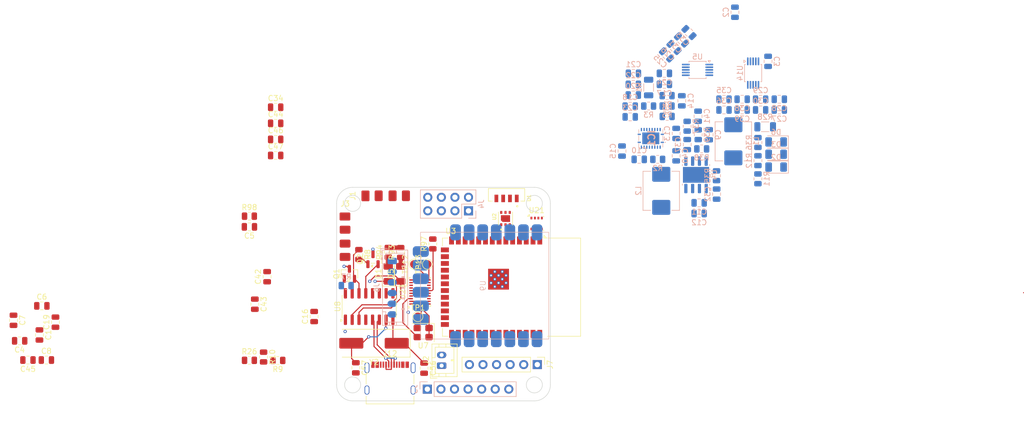
<source format=kicad_pcb>
(kicad_pcb (version 20241229) (generator "pcbnew") (generator_version "9.0")
  (layers (0 "F.Cu" signal) (4 "In1.Cu" signal) (6 "In2.Cu" signal) (2 "B.Cu" signal) (13 "F.Paste" user) (15 "B.Paste" user) (5 "F.SilkS" user "F.Silkscreen") (7 "B.SilkS" user "B.Silkscreen") (1 "F.Mask" user) (3 "B.Mask" user) (25 "Edge.Cuts" user))
  (net 0 "")
  (net 1 "GND")
  (net 2 "+3.3V")
  (net 3 "Net-(U2-VDD)")
  (net 4 "Net-(U23-CAP)")
  (net 5 "/PSU/Input-Voltage")
  (net 6 "/Fast-SDA")
  (net 7 "/Fast-SCL")
  (net 8 "/BNO085/3V3")
  (net 9 "/bno_rst")
  (net 10 "Net-(U23-BOOTN)")
  (net 11 "Net-(U23-S_SDA)")
  (net 12 "Net-(U23-S_SCL)")
  (net 13 "/Slow-SDA")
  (net 14 "/Slow-SCL")
  (net 15 "/M1")
  (net 16 "/RX")
  (net 19 "/AUX")
  (net 20 "/sd_cs")
  (net 22 "/M0")
  (net 23 "/TX")
  (net 29 "Net-(U23-XIN32)")
  (net 30 "/SPI_CLK")
  (net 31 "/SPI_MISO")
  (net 32 "/SPI_MOSI")
  (net 33 "/bno_cs")
  (net 35 "/bno_int")
  (net 36 "Net-(C9-Pad1)")
  (net 37 "Net-(C32-Pad1)")
  (net 38 "Net-(U4-BST)")
  (net 39 "Net-(U14-Vbus)")
  (net 40 "Net-(U4-FB)")
  (net 41 "Net-(U4-SS)")
  (net 42 "Net-(U4-COMP)")
  (net 43 "Net-(D6-A)")
  (net 44 "Net-(U4-SW)")
  (net 47 "/Alert")
  (net 48 "Net-(IC1-SW_1)")
  (net 49 "Net-(IC1-BOOT)")
  (net 50 "Net-(IC1-VCC)")
  (net 51 "Net-(C14-Pad1)")
  (net 52 "Net-(IC1-SS)")
  (net 53 "Net-(IC1-VOUT_1)")
  (net 55 "Net-(IC1-FSW)")
  (net 56 "Net-(IC1-FB)")
  (net 57 "Net-(IC1-ILIM)")
  (net 58 "Net-(IC1-COMP)")
  (net 59 "/GPS_TX")
  (net 60 "/GPS_RX")
  (net 61 "+12V")
  (net 64 "Net-(U8-XO)")
  (net 65 "Net-(U8-XI)")
  (net 66 "Net-(D1-A)")
  (net 67 "/ESP32-S3-WROOM-1/esp_rxd0")
  (net 68 "Net-(D5-A)")
  (net 69 "/ESP32-S3-WROOM-1/esp_txd0")
  (net 72 "Net-(J12-CC1)")
  (net 73 "Net-(J12-CC2)")
  (net 74 "Net-(J12-VBUS-PadA4)")
  (net 75 "/ESP32-S3-WROOM-1/RTS")
  (net 76 "/ESP32-S3-WROOM-1/ESP_EN")
  (net 77 "Net-(Q1-B)")
  (net 78 "/ESP32-S3-WROOM-1/DTR")
  (net 79 "Net-(Q2-B)")
  (net 80 "/ESP32-S3-WROOM-1/ESP_IO0")
  (net 86 "/4K-CAM/ACT")
  (net 87 "Net-(D2-A)")
  (net 88 "/4K-CAM/LINK")
  (net 90 "Net-(D3-A)")
  (net 91 "/2.4g_int")
  (net 92 "/2.4g_en")
  (net 93 "/2.4g_cs")
  (net 95 "Net-(J6-Pin_4)")
  (net 96 "Net-(J6-Pin_3)")
  (net 97 "Net-(J6-Pin_5)")
  (net 99 "Net-(J6-Pin_6)")
  (net 100 "/cam_int")
  (net 101 "/cam_rst")
  (net 102 "/cam_cs")
  (net 103 "Net-(U8-UD+)")
  (net 104 "Net-(U8-UD-)")
  (net 105 "Net-(C34-Pad2)")
  (footprint "Crystal:Crystal_SMD_3225-4Pin_3.2x2.5mm" (layer "F.Cu") (at 96.2 107.6 180)
    (property "Reference" "U7")
    (property "Value" "ASEK-32.768KHZ-L-R-T")
  )
  (footprint "Capacitor_SMD:C_0805_2012Metric" (layer "F.Cu") (at 64.7 102.2875 -90)
    (property "Reference" "C43")
    (property "Value" "100nf")
  )
  (footprint "Capacitor_SMD:C_0805_2012Metric" (layer "F.Cu") (at 83.6 114.2 -90)
    (property "Reference" "C57")
    (property "Value" "22pf")
  )
  (footprint "Capacitor_SMD:C_0805_2012Metric" (layer "F.Cu") (at 22.25 112.75 180)
    (property "Reference" "C45")
    (property "Value" "100nf")
  )
  (footprint "Package_SO:SOIC-16_3.9x9.9mm_P1.27mm" (layer "F.Cu") (at 86.095 102.725 90)
    (property "Reference" "U8")
    (property "Value" "CH340G")
  )
  (footprint "Capacitor_SMD:C_0805_2012Metric" (layer "F.Cu") (at 75.8 104.6 90)
    (property "Reference" "C16")
    (property "Value" "100nf")
  )
  (footprint "Capacitor_SMD:C_0805_2012Metric" (layer "F.Cu") (at 63.6875 87.8 180)
    (property "Reference" "C5")
    (property "Value" "1uf")
  )
  (footprint "Resistor_SMD:R_0805_2012Metric" (layer "F.Cu") (at 66.340723 112.183577 -90)
    (property "Reference" "R10")
    (property "Value" "10k")
  )
  (footprint "Resistor_SMD:R_0805_2012Metric" (layer "F.Cu") (at 89.678044 92.578226 90)
    (property "Reference" "R94")
    (property "Value" "1K")
  )
  (footprint "TestPoint:TestPoint_Pad_D1.5mm" (layer "F.Cu") (at 97 94.8 90)
    (property "Reference" "TP13")
    (property "Value" "bno_scl")
  )
  (footprint "Capacitor_SMD:C_0805_2012Metric" (layer "F.Cu") (at 24.85 102.6)
    (property "Reference" "C6")
    (property "Value" "1uf")
  )
  (footprint "Diode_SMD:D_1206_3216Metric" (layer "F.Cu") (at 92 96.6 90)
    (property "Reference" "D5")
    (property "Value" "LED")
  )
  (footprint "TestPoint:TestPoint_Pad_D1.5mm" (layer "F.Cu") (at 94.5 94.8 90)
    (property "Reference" "TP12")
    (property "Value" "bno_sda")
  )
  (footprint "Package_TO_SOT_SMD:SOT-23" (layer "F.Cu") (at 86.810536 93.860021 90)
    (property "Reference" "Q2")
    (property "Value" "BC817")
  )
  (footprint "Resistor_SMD:R_0805_2012Metric" (layer "F.Cu") (at 98 91 90)
    (property "Reference" "R97")
    (property "Value" "10k")
  )
  (footprint "Capacitor_SMD:C_0805_2012Metric" (layer "F.Cu") (at 68.6 68.41)
    (property "Reference" "C44")
    (property "Value" "4,7uf")
  )
  (footprint "Capacitor_SMD:C_0805_2012Metric" (layer "F.Cu") (at 68.6 65.4)
    (property "Reference" "C34")
    (property "Value" "4,7uf")
  )
  (footprint "panel:XDCR_VEML7700-TR" (layer "F.Cu") (at 111.8 81.8 -90)
    (property "Reference" "U1")
    (property "Value" "VEML7700-TR")
  )
  (footprint "Resistor_SMD:R_0805_2012Metric" (layer "F.Cu") (at 91.99187 92.606425 90)
    (property "Reference" "R93")
    (property "Value" "1K")
  )
  (footprint "Capacitor_SMD:C_0805_2012Metric" (layer "F.Cu") (at 27.4 105.65 90)
    (property "Reference" "C19")
    (property "Value" "100nf")
  )
  (footprint "Package_LGA:LGA-28_5.2x3.8mm_P0.5mm" (layer "F.Cu") (at 95.6 100 90)
    (property "Reference" "U23")
    (property "Value" "BNO085")
  )
  (footprint "Capacitor_SMD:C_0805_2012Metric" (layer "F.Cu") (at 25.7 112.75)
    (property "Reference" "C8")
    (property "Value" "1uf")
  )
  (footprint "Resistor_SMD:R_0805_2012Metric" (layer "F.Cu") (at 84.170425 92.980317 -90)
    (property "Reference" "R8")
    (property "Value" "10k")
  )
  (footprint "Capacitor_SMD:C_0805_2012Metric" (layer "F.Cu") (at 24.4 108.05 -90)
    (property "Reference" "C1")
    (property "Value" "100nf")
  )
  (footprint "Package_TO_SOT_SMD:SOT-23" (layer "F.Cu") (at 82.4 96.6 90)
    (property "Reference" "Q1")
    (property "Value" "BC817")
  )
  (footprint "Diode_SMD:D_1206_3216Metric" (layer "F.Cu") (at 89.659993 96.6 90)
    (property "Reference" "D1")
    (property "Value" "LED")
  )
  (footprint "Resistor_SMD:R_0805_2012Metric" (layer "F.Cu") (at 63.6875 85.8)
    (property "Reference" "R98")
    (property "Value" "10R")
  )
  (footprint "RF_Module:ESP32-S3-WROOM-1" (layer "F.Cu") (at 112.76 99.1 -90)
    (property "Reference" "U3")
    (property "Value" "ESP32-S3-WROOM-1")
  )
  (footprint "Connector_PinHeader_2.54mm:PinHeader_1x04_P2.54mm_Vertical_SMD_Pin1Right" (layer "F.Cu") (at 81.598756 89.659129)
    (property "Reference" "J3")
    (property "Value" "FLIR" (hide yes))
  )
  (footprint "Connector_PinHeader_2.54mm:PinHeader_1x06_P2.54mm_Vertical" (layer "F.Cu") (at 117.55 113.6 -90)
    (property "Reference" "J7")
    (property "Value" "Conn_01x06_Socket")
  )
  (footprint "Capacitor_SMD:C_0805_2012Metric" (layer "F.Cu") (at 68.6 71.42)
    (property "Reference" "C46")
    (property "Value" "4,7uf")
  )
  (footprint "Capacitor_SMD:C_0805_2012Metric" (layer "F.Cu") (at 96.371341 114.267144 -90)
    (property "Reference" "C56")
    (property "Value" "22pf")
  )
  (footprint "Connector_PinHeader_2.54mm:PinHeader_1x04_P2.54mm_Vertical_SMD_Pin1Right" (layer "F.Cu") (at 89.195721 81.964493 90)
    (property "Reference" "J1")
    (property "Value" "GPS" (hide yes))
  )
  (footprint "panel:XDCR_SGP41-D-R4" (layer "F.Cu") (at 111.6 86.25 90)
    (property "Reference" "U2")
    (property "Value" "SGP41-D-R4")
  )
  (footprint "Connector_JST:JST_PH_B2B-PH-K_1x02_P2.00mm_Vertical" (layer "F.Cu") (at 99.65 113.8 90)
    (property "Reference" "J2")
    (property "Value" "Conn_01x02_Socket")
  )
  (footprint "Capacitor_SMD:C_0805_2012Metric" (layer "F.Cu") (at 19.55 105.3 -90)
    (property "Reference" "C7")
    (property "Value" "100nf")
  )
  (footprint "Resistor_SMD:R_0805_2012Metric" (layer "F.Cu") (at 63.6875 112.8)
    (property "Reference" "R26")
    (property "Value" "5.1K")
  )
  (footprint "Crystal:Crystal_SMD_HC49-SD" (layer "F.Cu") (at 87 109.6 180)
    (property "Reference" "Y2")
    (property "Value" "12MHz")
  )
  (footprint "Connector_USB:USB_C_Receptacle_Palconn_UTC16-G" (layer "F.Cu") (at 90 116.125)
    (property "Reference" "J12")
    (property "Value" "USB_C")
  )
  (footprint "Capacitor_SMD:C_0805_2012Metric" (layer "F.Cu") (at 68.6 74.43)
    (property "Reference" "C47")
    (property "Value" "4,7uf")
  )
  (footprint "Capacitor_SMD:C_0805_2012Metric" (layer "F.Cu") (at 67 97.1375 90)
    (property "Reference" "C42")
    (property "Value" "100nf")
  )
  (footprint "Capacitor_SMD:C_0805_2012Metric" (layer "F.Cu") (at 20.7 109.15 180)
    (property "Reference" "C4")
    (property "Value" "100nf")
  )
  (footprint "Package_LGA:Bosch_LGA-8_2.5x2.5mm_P0.65mm_ClockwisePinNumbering" (layer "F.Cu") (at 117.425 87.175)
    (property "Reference" "U21")
    (property "Value" "BME280")
  )
  (footprint "Resistor_SMD:R_0805_2012Metric" (layer "F.Cu") (at 69.006738 112.819679 180)
    (property "Reference" "R9")
    (property "Value" "5.1K")
  )
  (footprint "TestPoint:TestPoint_Pad_D1.5mm" (layer "F.Cu") (at 95.2 104.6)
    (property "Reference" "TP1")
    (property "Value" "bno_scl")
  )
  (footprint "Capacitor_SMD:C_0805_2012Metric" (layer "B.Cu") (at 155.8825 65.9)
    (property "Reference" "C39")
    (property "Value" "4,7uf")
  )
  (footprint "Resistor_SMD:R_0805_2012Metric" (layer "B.Cu") (at 140.0813 75.159)
    (property "Reference" "R2")
    (property "Value" "105k")
  )
  (footprint "panel:SOIC-8-1EP_3.9x4.9mm_P1.27mm_EP2.95x4.9mm_Mask2.71x3.4mm_ThermalVias_BigVias" (layer "B.Cu") (at 147.250727 78.056774 90)
    (property "Reference" "U4")
    (property "Value" "AP64501SP-13")
  )
  (footprint "Capacitor_SMD:C_0805_2012Metric" (layer "B.Cu") (at 145.600592 72.386333 -90)
    (property "Reference" "C37")
    (property "Value" "68pf")
  )
  (footprint "Capacitor_SMD:C_0805_2012Metric" (layer "B.Cu") (at 162.8325 65.9)
    (property "Reference" "C27")
    (property "Value" "4,7uf")
  )
  (footprint "panel:W5500-io" (layer "B.Cu") (at 108.6 98.8 -90)
    (property "Reference" "U9")
    (property "Value" "W5500IO")
  )
  (footprint "panel:BQ24031IRHLRQ1" (layer "B.Cu") (at 138.7859 71.222 90)
    (property "Reference" "IC1")
    (property "Value" "TPS61088RHLT" (hide yes))
  )
  (footprint "Package_SO:VSSOP-10_3x3mm_P0.5mm" (layer "B.Cu") (at 147.5325 58.4 180)
    (property "Reference" "U5")
    (property "Value" "INA226")
  )
  (footprint "Capacitor_SMD:C_0805_2012Metric" (layer "B.Cu") (at 147.8325 83.3)
    (property "Reference" "C11")
    (property "Value" "4,7uf")
  )
  (footprint "Capacitor_SMD:C_0805_2012Metric" (layer "B.Cu") (at 141.3325 59.05)
    (property "Reference" "C24")
    (property "Value" "4,7uf")
  )
  (footprint "Resistor_SMD:R_0805_2012Metric" (layer "B.Cu") (at 158.8325 78.8 90)
    (property "Reference" "R11")
    (property "Value" "1K")
  )
  (footprint "Resistor_SMD:R_0805_2012Metric" (layer "B.Cu") (at 141.8359 63.222)
    (property "Reference" "R4")
    (property "Value" "33k")
  )
  (footprint "panel:HCM1A0805" (layer "B.Cu") (at 140.7417 81.0518 -90)
    (property "Reference" "L2")
    (property "Value" "HCM0703-3R3-R")
  )
  (footprint "Capacitor_SMD:C_0805_2012Metric" (layer "B.Cu") (at 143.5325 74.5 90)
    (property "Reference" "C40")
    (property "Value" "100n")
  )
  (footprint "Capacitor_SMD:C_0805_2012Metric" (layer "B.Cu") (at 145.9325 51.4 -45)
    (property "Reference" "C33")
    (property "Value" "100nf")
  )
  (footprint "Resistor_SMD:R_0805_2012Metric" (layer "B.Cu") (at 138.3859 65.172)
    (property "Reference" "R3")
    (property "Value" "105k")
  )
  (footprint "Capacitor_SMD:C_0805_2012Metric" (layer "B.Cu") (at 143.1325 54.2 -45)
    (property "Reference" "C26")
    (property "Value" "100nf")
  )
  (footprint "Resistor_SMD:R_0805_2012Metric" (layer "B.Cu") (at 145.5925 68.95 90)
    (property "Reference" "R37")
    (property "Value" "105k")
  )
  (footprint "Resistor_SMD:R_0805_2012Metric" (layer "B.Cu") (at 158.8325 72 -90)
    (property "Reference" "R36")
    (property "Value" "100R")
  )
  (footprint "Capacitor_SMD:C_0805_2012Metric" (layer "B.Cu") (at 143.5325 70.3 -90)
    (property "Reference" "C13")
    (property "Value" "4,7uf")
  )
  (footprint "Diode_SMD:D_1206_3216Metric" (layer "B.Cu") (at 162.2325 71.9 180)
    (property "Reference" "D6")
    (property "Value" "LED")
  )
  (footprint "Capacitor_SMD:C_0805_2012Metric" (layer "B.Cu") (at 147.6325 67.08 90)
    (property "Reference" "C41")
    (property "Value" "68pf")
  )
  (footprint "Capacitor_SMD:C_0805_2012Metric" (layer "B.Cu") (at 152.4825 63.9 180)
    (property "Reference" "C35")
    (property "Value" "4,7uf")
  )
  (footprint "Connector_PinHeader_2.54mm:PinHeader_1x07_P2.54mm_Vertical" (layer "B.Cu") (at 96.98 118.2 -90)
    (property "Reference" "J5")
    (property "Value" "Conn_01x07_Pin")
  )
  (footprint "Resistor_SMD:R_1206_3216Metric" (layer "B.Cu") (at 138.3825 61.7 -90)
    (property "Reference" "R1")
    (property "Value" "0.056Ω")
  )
  (footprint "Capacitor_SMD:C_0805_2012Metric" (layer "B.Cu") (at 155.8825 63.9)
    (property "Reference" "C38")
    (property "Value" "4,7uf")
  )
  (footprint "Capacitor_SMD:C_0805_2012Metric" (layer "B.Cu") (at 160.7325 56.8 90)
    (property "Reference" "C3")
    (property "Value" "100nf")
  )
  (footprint "Capacitor_SMD:C_0805_2012Metric" (layer "B.Cu") (at 135.514967 61.119661 180)
    (property "Reference" "C22")
    (property "Value" "4,7uf")
  )
  (footprint "Resistor_SMD:R_1206_3216Metric" (layer "B.Cu") (at 160.188227 69.056774 180)
    (property "Reference" "R28")
    (property "Value" "0.056Ω")
  )
  (footprint "Capacitor_SMD:C_0805_2012Metric" (layer "B.Cu") (at 149.7025 70.55 90)
    (property "Reference" "C9")
    (property "Value" "1.2nF")
  )
  (footprint "Capacitor_SMD:C_0805_2012Metric" (layer "B.Cu") (at 147.8325 85.3)
    (property "Reference" "C12")
    (property "Value" "4,7uf")
  )
  (footprint "Capacitor_SMD:C_0805_2012Metric" (layer "B.Cu") (at 141.7325 55.6 -45)
    (property "Reference" "C25")
    (property "Value" "100nf")
  )
  (footprint "Capacitor_SMD:C_0805_2012Metric" (layer "B.Cu") (at 144.529547 52.807422 -45)
    (property "Reference" "C31")
    (property "Value" "100nf")
  )
  (footprint "Connector_JST:JST_PH_B6B-PH-K_1x06_P2.00mm_Vertical" (layer "B.Cu") (at 90.4 94.2 -90)
    (property "Reference" "J6")
    (property "Value" "Conn_01x06_Socket")
  )
  (footprint "Capacitor_SMD:C_0805_2012Metric" (layer "B.Cu") (at 159.3325 63.9 180)
    (property "Reference" "C29")
    (property "Value" "4,7uf")
  )
  (footprint "Capacitor_SMD:C_0805_2012Metric" (layer "B.Cu") (at 141.3325 61.1)
    (property "Reference" "C17")
    (property "Value" "4,7uf")
  )
  (footprint "Capacitor_SMD:C_0805_2012Metric" (layer "B.Cu") (at 136.618844 75.159361 180)
    (property "Reference" "C10")
    (property "Value" "100n")
  )
  (footprint "Resistor_SMD:R_0805_2012Metric" (layer "B.Cu") (at 141.8484 67.122 180)
    (property "Reference" "R6")
    (property "Value" "105k")
  )
  (footprint "Capacitor_SMD:C_0805_2012Metric" (layer "B.Cu") (at 152.4825 65.9 180)
    (property "Reference" "C36")
    (property "Value" "4,7uf")
  )
  (footprint "Resistor_SMD:R_0805_2012Metric" (layer "B.Cu") (at 81.8 98.8 180)
    (property "Reference" "R7")
    (property "Value" "10k")
  )
  (footprint "panel:HCM1A0805" (layer "B.Cu") (at 154.2325 71.78 90)
    (property "Reference" "L1")
    (property "Value" "HCM0703-3R3-R")
  )
  (footprint "Capacitor_SMD:C_0805_2012Metric" (layer "B.Cu") (at 133.4 73.6 -90)
    (property "Reference" "C15")
    (property "Value" "4,7uf")
  )
  (footprint "Capacitor_SMD:C_0805_2012Metric" (layer "B.Cu") (at 134.9325 67.2 180)
    (property "Reference" "C23")
    (property "Value" "4,7uf")
  )
  (footprint "Resistor_SMD:R_0805_2012Metric" (layer "B.Cu") (at 151.0825 78.2275 -90)
    (property "Reference" "R35")
    (property "Value" "10R")
  )
  (footprint "Capacitor_SMD:C_0805_2012Metric" (layer "B.Cu") (at 144.5925 64.19 90)
    (property "Reference" "C14")
    (property "Value" "68pf")
  )
  (footprint "Resistor_SMD:R_0805_2012Metric" (layer "B.Cu") (at 158.8325 75.4 -90)
    (property "Reference" "R12")
    (property "Value" "1K")
  )
  (footprint "Capacitor_SMD:C_0805_2012Metric" (layer "B.Cu") (at 162.8325 63.9)
    (property "Reference" "C28")
    (property "Value" "4,7uf")
  )
  (footprint "Diode_SMD:D_1206_3216Metric" (layer "B.Cu") (at 162.2325 76.6 180)
    (property "Reference" "D2")
    (property "Value" "LED")
  )
  (footprint "Capacitor_SMD:C_0805_2012Metric" (layer "B.Cu") (at 135.5325 59.05 180)
    (property "Reference" "C21")
    (property "Value" "4,7uf")
  )
  (footprint "Capacitor_SMD:C_0805_2012Metric" (layer "B.Cu") (at 134.9325 65.2 180)
    (property "Reference" "C18")
    (property "Value" "4,7uf")
  )
  (footprint "Diode_SMD:D_1206_3216Metric" (layer "B.Cu") (at 162.2325 74.2 180)
    (property "Reference" "D3")
    (property "Value" "LED")
  )
  (footprint "Capacitor_SMD:C_0805_2012Metric" (layer "B.Cu") (at 159.3325 65.9 180)
    (property "Reference" "C30")
    (property "Value" "4,7uf")
  )
  (footprint "Resistor_SMD:R_0805_2012Metric" (layer "B.Cu") (at 147.6625 70.54 90)
    (property "Reference" "R39")
    (property "Value" "33k")
  )
  (footprint "Package_SO:VSSOP-10_3x3mm_P0.5mm" (layer "B.Cu") (at 157.9325 59 -90)
    (property "Reference" "U14")
    (property "Value" "INA226")
  )
  (footprint "Connector_PinHeader_2.54mm:PinHeader_2x04_P2.54mm_Vertical" (layer "B.Cu") (at 104.68 84.8 90)
    (property "Reference" "J4")
    (property "Value" "2.4G_Radio")
  )
  (footprint "Capacitor_SMD:C_0805_2012Metric" (layer "B.Cu") (at 151.1025 81.665 -90)
    (property "Reference" "C32")
    (property "Value" "100n")
  )
  (footprint "Capacitor_SMD:C_0805_2012Metric" (layer "B.Cu") (at 154.5325 47.6 -90)
    (property "Reference" "C2")
    (property "Value" "100nf")
  )
  (footprint "Resistor_SMD:R_0805_2012Metric" (layer "B.Cu") (at 141.8359 65.172)
    (property "Reference" "R5")
    (property "Value" "33k")
  )
  (footprint "Resistor_SMD:R_0805_2012Metric" (layer "B.Cu") (at 148.3125 73.2)
    (property "Reference" "R38")
    (property "Value" "12K 1%")
  )
  (footprint "Capacitor_SMD:C_0805_2012Metric" (layer "B.Cu") (at 135.511904 63.112297 180)
    (property "Reference" "C20")
    (property "Value" "4,7uf")
  )
  (gr_curve (pts (xy 208.5375 100.1375) (xy 208.5375 100.1375) (xy 208.5375 100.1375) (xy 208.5375 100.1375)) (stroke (width 0.2)) (layer "F.Cu"))
  (gr_circle (center 117 83.399999) (end 118.5 83.399999) (stroke (width 0.1)) (fill no) (layer "Edge.Cuts"))
  (gr_line (start 120 117.399999) (end 120 83.399999) (stroke (width 0.1)) (layer "Edge.Cuts"))
  (gr_circle (center 83 117.399999) (end 84.5 117.399999) (stroke (width 0.1)) (fill no) (layer "Edge.Cuts"))
  (gr_arc (start 80 83.4) (mid 80.87868 81.278679) (end 83.000001 80.399999) (stroke (width 0.1)) (layer "Edge.Cuts"))
  (gr_circle (center 83 83.399999) (end 84.5 83.399999) (stroke (width 0.1)) (fill no) (layer "Edge.Cuts"))
  (gr_arc (start 117 80.399999) (mid 119.12132 81.278679) (end 120 83.399999) (stroke (width 0.1)) (layer "Edge.Cuts"))
  (gr_line (start 117 80.399999) (end 83.000001 80.399999) (stroke (width 0.1)) (layer "Edge.Cuts"))
  (gr_line (start 83.000001 120.399999) (end 117 120.399999) (stroke (width 0.1)) (layer "Edge.Cuts"))
  (gr_line (start 80 83.4) (end 80 117.399998) (stroke (width 0.1)) (layer "Edge.Cuts"))
  (gr_arc (start 83.000001 120.399999) (mid 80.87868 119.521319) (end 80 117.399998) (stroke (width 0.1)) (layer "Edge.Cuts"))
  (gr_circle (center 117 117.399999) (end 118.5 117.399999) (stroke (width 0.1)) (fill no) (layer "Edge.Cuts"))
  (gr_arc (start 120 117.399999) (mid 119.12132 119.521319) (end 117 120.399999) (stroke (width 0.1)) (layer "Edge.Cuts"))
  (via (at 93.4 103.8) (size 0.6) (drill 0.3) (layers "F.Cu" "B.Cu") (net 1))
  (via (at 81.6 107.4) (size 0.6) (drill 0.3) (layers "F.Cu" "B.Cu") (net 1))
  (segment (start 97.3 104.5) (end 97.3 106.75) (width 0.2) (layer "F.Cu") (net 2))
  (segment (start 96.35 102.3875) (end 96.35 103.55) (width 0.2) (layer "F.Cu") (net 2))
  (segment (start 97.2625 102.25) (end 96.779 102.25) (width 0.2) (layer "F.Cu") (net 2))
  (segment (start 91.99187 91.693925) (end 89.706243 91.693925) (width 0.8) (layer "F.Cu") (net 2))
  (segment (start 95.279 101.75) (end 95.35 101.821) (width 0.2) (layer "F.Cu") (net 2))
  (segment (start 95.279 101.75) (end 96.279 101.75) (width 0.2) (layer "F.Cu") (net 2))
  (segment (start 89.706243 91.693925) (end 89.678044 91.665726) (width 0.8) (layer "F.Cu") (net 2))
  (segment (start 97.3 106.75) (end 97.3 108.45) (width 0.2) (layer "F.Cu") (net 2))
  (segment (start 96.279 101.75) (end 96.35 101.821) (width 0.2) (layer "F.Cu") (net 2))
  (segment (start 96.35 103.55) (end 97.3 104.5) (width 0.2) (layer "F.Cu") (net 2))
  (segment (start 96.35 101.821) (end 96.35 102.3875) (width 0.2) (layer "F.Cu") (net 2))
  (segment (start 96.779 102.25) (end 96.35 101.821) (width 0.2) (layer "F.Cu") (net 2))
  (segment (start 93.9375 101.75) (end 95.279 101.75) (width 0.2) (layer "F.Cu") (net 2))
  (segment (start 95.35 101.821) (end 95.35 102.3875) (width 0.2) (layer "F.Cu") (net 2))
  (segment (start 97.829 99.75) (end 97.2625 99.75) (width 0.2) (layer "F.Cu") (net 9))
  (segment (start 98.051 99.528) (end 97.829 99.75) (width 0.2) (layer "F.Cu") (net 9))
  (segment (start 98.051 91.9635) (end 98.051 99.528) (width 0.2) (layer "F.Cu") (net 9))
  (segment (start 98 91.9125) (end 98.051 91.9635) (width 0.2) (layer "F.Cu") (net 9))
  (segment (start 95.85 103.95) (end 95.2 104.6) (width 0.2) (layer "F.Cu") (net 10))
  (segment (start 95.85 102.3875) (end 95.85 103.95) (width 0.2) (layer "F.Cu") (net 10))
  (segment (start 94.5 94.8) (end 96.35 96.65) (width 0.2) (layer "F.Cu") (net 11))
  (segment (start 96.35 96.65) (end 96.35 97.6125) (width 0.2) (layer "F.Cu") (net 11))
  (segment (start 97.2625 95.0625) (end 97 94.8) (width 0.2) (layer "F.Cu") (net 12))
  (segment (start 97.2625 97.75) (end 97.2625 95.0625) (width 0.2) (layer "F.Cu") (net 12))
  (segment (start 95.1 108.45) (end 92.4 105.75) (width 0.2) (layer "F.Cu") (net 29))
  (segment (start 92.4 102.221) (end 93.371 101.25) (width 0.2) (layer "F.Cu") (net 29))
  (segment (start 93.371 101.25) (end 93.9375 101.25) (width 0.2) (layer "F.Cu") (net 29))
  (segment (start 92.4 105.75) (end 92.4 102.221) (width 0.2) (layer "F.Cu") (net 29))
  (segment (start 90.54 105.2) (end 90.54 108.89) (width 0.2) (layer "F.Cu") (net 64))
  (segment (start 90.54 108.89) (end 91.25 109.6) (width 0.2) (layer "F.Cu") (net 64))
  (segment (start 92.654197 109.6) (end 91.25 109.6) (width 0.2) (layer "F.Cu") (net 64))
  (segment (start 96.371341 113.317144) (end 92.654197 109.6) (width 0.2) (layer "F.Cu") (net 64))
  (segment (start 89.9975 109.6) (end 91.25 109.6) (width 0.2) (layer "F.Cu") (net 64))
  (segment (start 82.8 109.65) (end 82.75 109.6) (width 0.2) (layer "F.Cu") (net 65))
  (segment (start 82.8 112.45) (end 82.8 109.65) (width 0.2) (layer "F.Cu") (net 65))
  (segment (start 89.2 106.8) (end 89.2 105.27) (width 0.2) (layer "F.Cu") (net 65))
  (segment (start 82.75 109.6) (end 84.8 109.6) (width 0.2) (layer "F.Cu") (net 65))
  (segment (start 89.2 105.27) (end 89.27 105.2) (width 0.2) (layer "F.Cu") (net 65))
  (segment (start 83.6 113.25) (end 82.8 112.45) (width 0.2) (layer "F.Cu") (net 65))
  (segment (start 84.8 109.6) (end 86 108.4) (width 0.2) (layer "F.Cu") (net 65))
  (via (at 89.2 106.8) (size 0.6) (drill 0.3) (layers "F.Cu" "B.Cu") (net 65))
  (via (at 86 108.4) (size 0.6) (drill 0.3) (layers "F.Cu" "B.Cu") (net 65))
  (segment (start 86 108.4) (end 87.6 108.4) (width 0.2) (layer "B.Cu") (net 65))
  (segment (start 87.6 108.4) (end 89.2 106.8) (width 0.2) (layer "B.Cu") (net 65))
  (segment (start 89.659993 93.508777) (end 89.678044 93.490726) (width 0.8) (layer "F.Cu") (net 66))
  (segment (start 89.659993 95.2) (end 89.659993 93.508777) (width 0.8) (layer "F.Cu") (net 66))
  (segment (start 89.659993 98) (end 87.2 98) (width 0.2) (layer "F.Cu") (net 67))
  (segment (start 91.2 101.20281) (end 90.00281 102.4) (width 0.2) (layer "F.Cu") (net 67))
  (segment (start 90.220768 98) (end 91.2 98.979232) (width 0.2) (layer "F.Cu") (net 67))
  (segment (start 82.92 104.225) (end 82.92 105.2) (width 0.2) (layer "F.Cu") (net 67))
  (segment (start 84.745 102.4) (end 82.92 104.225) (width 0.2) (layer "F.Cu") (net 67))
  (segment (start 91.2 98.979232) (end 91.2 101.20281) (width 0.2) (layer "F.Cu") (net 67))
  (segment (start 89.659993 98) (end 90.220768 98) (width 0.2) (layer "F.Cu") (net 67))
  (segment (start 90.00281 102.4) (end 84.745 102.4) (width 0.2) (layer "F.Cu") (net 67))
  (via (at 87.2 98) (size 0.6) (drill 0.3) (layers "F.Cu" "B.Cu") (net 67))
  (segment (start 92 95.2) (end 92 93.527055) (width 0.8) (layer "F.Cu") (net 68))
  (segment (start 92 93.527055) (end 91.99187 93.518925) (width 0.8) (layer "F.Cu") (net 68))
  (segment (start 92 98) (end 91 97) (width 0.2) (layer "F.Cu") (net 69))
  (segment (start 91 97) (end 87.2 97) (width 0.2) (layer "F.Cu") (net 69))
  (segment (start 84.19 103.81) (end 85 103) (width 0.2) (layer "F.Cu") (net 69))
  (segment (start 92 101.2) (end 92 98) (width 0.2) (layer "F.Cu") (net 69))
  (segment (start 84.19 105.2) (end 84.19 103.81) (width 0.2) (layer "F.Cu") (net 69))
  (segment (start 90.2 103) (end 92 101.2) (width 0.2) (layer "F.Cu") (net 69))
  (segment (start 85 103) (end 90.2 103) (width 0.2) (layer "F.Cu") (net 69))
  (segment (start 87.2 97) (end 86.2 98) (width 0.2) (layer "F.Cu") (net 69))
  (via (at 86.2 98) (size 0.6) (drill 0.3) (layers "F.Cu" "B.Cu") (net 69))
  (segment (start 84.170425 92.067817) (end 83.169425 93.068817) (width 0.2) (layer "F.Cu") (net 75))
  (segment (start 84.19 98.3775) (end 83.35 97.5375) (width 0.2) (layer "F.Cu") (net 75))
  (segment (start 83.169425 93.068817) (end 83.169425 97.356925) (width 0.2) (layer "F.Cu") (net 75))
  (segment (start 84.19 100.25) (end 84.19 98.3775) (width 0.2) (layer "F.Cu") (net 75))
  (segment (start 83.169425 97.356925) (end 83.35 97.5375) (width 0.2) (layer "F.Cu") (net 75))
  (segment (start 81.9375 95.2) (end 82.4 95.6625) (width 0.2) (layer "F.Cu") (net 76))
  (segment (start 81.4 95.2) (end 81.9375 95.2) (width 0.2) (layer "F.Cu") (net 76))
  (via (at 81.4 95.2) (size 0.6) (drill 0.3) (layers "F.Cu" "B.Cu") (net 76))
  (segment (start 87.55 94.9375) (end 87.689979 94.797521) (width 0.2) (layer "F.Cu") (net 78))
  (segment (start 85.46 97.098057) (end 85.46 100.25) (width 0.2) (layer "F.Cu") (net 78))
  (segment (start 87.689979 94.797521) (end 87.760536 94.797521) (width 0.2) (layer "F.Cu") (net 78))
  (segment (start 87.760536 94.797521) (end 85.46 97.098057) (width 0.2) (layer "F.Cu") (net 78))
  (segment (start 84.955832 93.892817) (end 84.170425 93.892817) (width 0.2) (layer "F.Cu") (net 79))
  (segment (start 85.860536 94.797521) (end 84.955832 93.892817) (width 0.2) (layer "F.Cu") (net 79))
  (segment (start 86.810536 92.010536) (end 86.810536 92.922521) (width 0.2) (layer "F.Cu") (net 80))
  (segment (start 86.8 92) (end 86.810536 92.010536) (width 0.2) (layer "F.Cu") (net 80))
  (segment (start 86.810536 92.922521) (end 86.670557 93.0625) (width 0.2) (layer "F.Cu") (net 80))
  (via (at 86.8 92) (size 0.6) (drill 0.3) (layers "F.Cu" "B.Cu") (net 80))
  (segment (start 87 110.2) (end 87 105.47) (width 0.2) (layer "F.Cu") (net 103))
  (segment (start 89.2 112.4) (end 89.75 112.95) (width 0.2) (layer "F.Cu") (net 103))
  (segment (start 90.75 112.65) (end 90.75 113.615) (width 0.2) (layer "F.Cu") (net 103))
  (segment (start 87 105.47) (end 86.73 105.2) (width 0.2) (layer "F.Cu") (net 103))
  (segment (start 91 112.4) (end 90.75 112.65) (width 0.2) (layer "F.Cu") (net 103))
  (segment (start 89.75 112.95) (end 89.75 113.615) (width 0.2) (layer "F.Cu") (net 103))
  (segment (start 89.2 112.4) (end 87 110.2) (width 0.2) (layer "F.Cu") (net 103))
  (via (at 89.2 112.4) (size 0.6) (drill 0.3) (layers "F.Cu" "B.Cu") (net 103))
  (via (at 91 112.4) (size 0.6) (drill 0.3) (layers "F.Cu" "B.Cu") (net 103))
  (segment (start 89.2 112.4) (end 91 112.4) (width 0.2) (layer "B.Cu") (net 103))
  (segment (start 87.6 109.9) (end 87.6 105.6) (width 0.2) (layer "F.Cu") (net 104))
  (segment (start 90.25 113.615) (end 90.25 112.55) (width 0.2) (layer "F.Cu") (net 104))
  (segment (start 89.25 114.447) (end 89.25 113.615) (width 0.2) (layer "F.Cu") (net 104))
  (segment (start 90.25 112.55) (end 87.6 109.9) (width 0.2) (layer "F.Cu") (net 104))
  (segment (start 90.25 114.447) (end 90.201 114.496) (width 0.2) (layer "F.Cu") (net 104))
  (segment (start 90.201 114.496) (end 89.299 114.496) (width 0.2) (layer "F.Cu") (net 104))
  (segment (start 89.299 114.496) (end 89.25 114.447) (width 0.2) (layer "F.Cu") (net 104))
  (segment (start 90.25 113.615) (end 90.25 114.447) (width 0.2) (layer "F.Cu") (net 104))
  (segment (start 87.6 105.6) (end 88 105.2) (width 0.2) (layer "F.Cu") (net 104))
)
</source>
